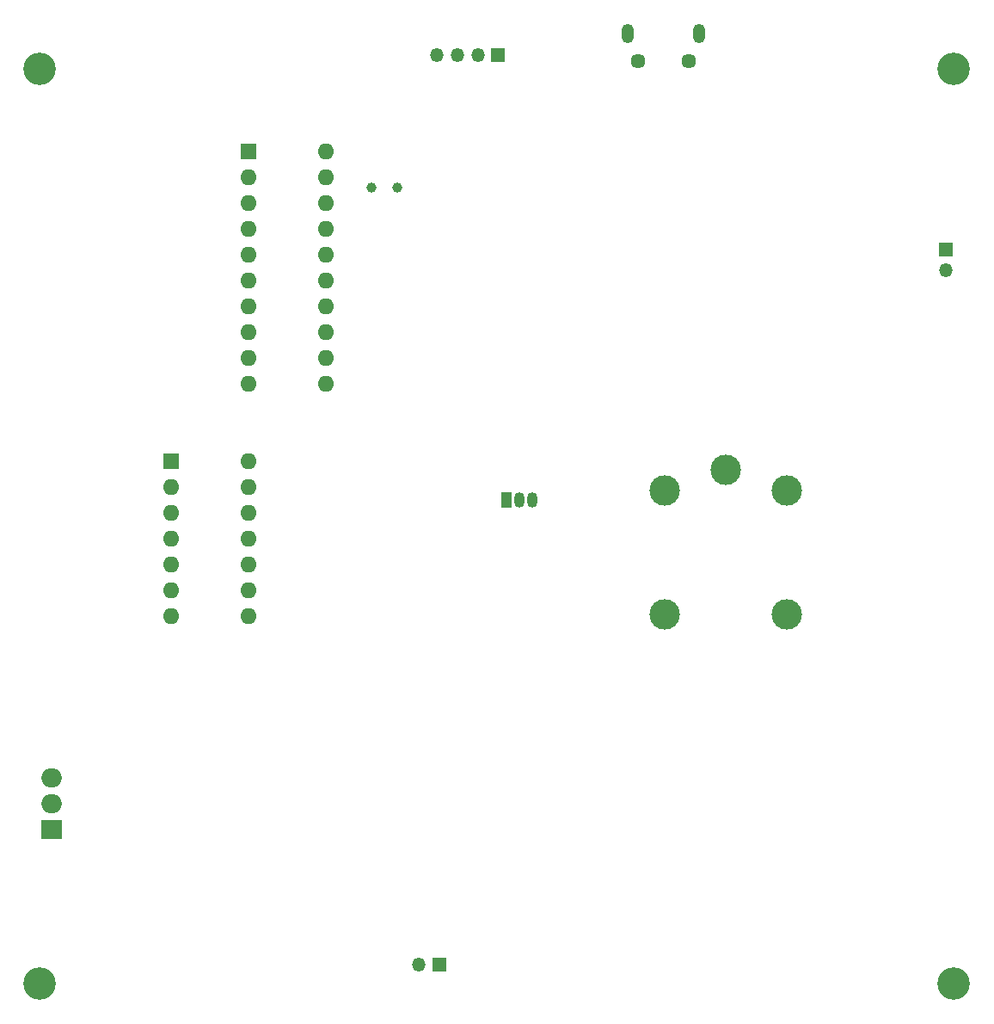
<source format=gbs>
%TF.GenerationSoftware,KiCad,Pcbnew,7.0.1*%
%TF.CreationDate,2023-05-29T19:52:37+03:00*%
%TF.ProjectId,First_sketch_licenta,46697273-745f-4736-9b65-7463685f6c69,rev?*%
%TF.SameCoordinates,Original*%
%TF.FileFunction,Soldermask,Bot*%
%TF.FilePolarity,Negative*%
%FSLAX46Y46*%
G04 Gerber Fmt 4.6, Leading zero omitted, Abs format (unit mm)*
G04 Created by KiCad (PCBNEW 7.0.1) date 2023-05-29 19:52:37*
%MOMM*%
%LPD*%
G01*
G04 APERTURE LIST*
%ADD10R,1.350000X1.350000*%
%ADD11O,1.350000X1.350000*%
%ADD12O,1.200000X1.900000*%
%ADD13C,1.450000*%
%ADD14R,1.600000X1.600000*%
%ADD15O,1.600000X1.600000*%
%ADD16C,3.200000*%
%ADD17R,2.000000X1.905000*%
%ADD18O,2.000000X1.905000*%
%ADD19R,1.050000X1.500000*%
%ADD20O,1.050000X1.500000*%
%ADD21C,1.000000*%
%ADD22C,3.000000*%
G04 APERTURE END LIST*
D10*
%TO.C,J3*%
X195310000Y-137160000D03*
D11*
X193310000Y-137160000D03*
%TD*%
D10*
%TO.C,J1*%
X201120000Y-47625000D03*
D11*
X199120000Y-47625000D03*
X197120000Y-47625000D03*
X195120000Y-47625000D03*
%TD*%
D12*
%TO.C,J4*%
X213898600Y-45574700D03*
D13*
X214898600Y-48274700D03*
X219898600Y-48274700D03*
D12*
X220898600Y-45574700D03*
%TD*%
D14*
%TO.C,U5*%
X168910000Y-87630000D03*
D15*
X168910000Y-90170000D03*
X168910000Y-92710000D03*
X168910000Y-95250000D03*
X168910000Y-97790000D03*
X168910000Y-100330000D03*
X168910000Y-102870000D03*
X176530000Y-102870000D03*
X176530000Y-100330000D03*
X176530000Y-97790000D03*
X176530000Y-95250000D03*
X176530000Y-92710000D03*
X176530000Y-90170000D03*
X176530000Y-87630000D03*
%TD*%
D16*
%TO.C,H1*%
X156000000Y-49000000D03*
%TD*%
%TO.C,H4*%
X246000000Y-139000000D03*
%TD*%
D10*
%TO.C,J2*%
X245237000Y-66818000D03*
D11*
X245237000Y-68818000D03*
%TD*%
D16*
%TO.C,H3*%
X156000000Y-139000000D03*
%TD*%
D17*
%TO.C,Q1*%
X157155000Y-123825000D03*
D18*
X157155000Y-121285000D03*
X157155000Y-118745000D03*
%TD*%
D19*
%TO.C,Q2*%
X201930000Y-91440000D03*
D20*
X203200000Y-91440000D03*
X204470000Y-91440000D03*
%TD*%
D21*
%TO.C,Y2*%
X191165000Y-60725000D03*
X188625000Y-60725000D03*
%TD*%
D14*
%TO.C,U3*%
X176540000Y-57155000D03*
D15*
X176540000Y-59695000D03*
X176540000Y-62235000D03*
X176540000Y-64775000D03*
X176540000Y-67315000D03*
X176540000Y-69855000D03*
X176540000Y-72395000D03*
X176540000Y-74935000D03*
X176540000Y-77475000D03*
X176540000Y-80015000D03*
X184160000Y-80015000D03*
X184160000Y-77475000D03*
X184160000Y-74935000D03*
X184160000Y-72395000D03*
X184160000Y-69855000D03*
X184160000Y-67315000D03*
X184160000Y-64775000D03*
X184160000Y-62235000D03*
X184160000Y-59695000D03*
X184160000Y-57155000D03*
%TD*%
D16*
%TO.C,H2*%
X246000000Y-49000000D03*
%TD*%
D22*
%TO.C,K2*%
X223520000Y-88470000D03*
X229520000Y-102670000D03*
X217520000Y-102670000D03*
X217520000Y-90470000D03*
X229520000Y-90470000D03*
%TD*%
M02*

</source>
